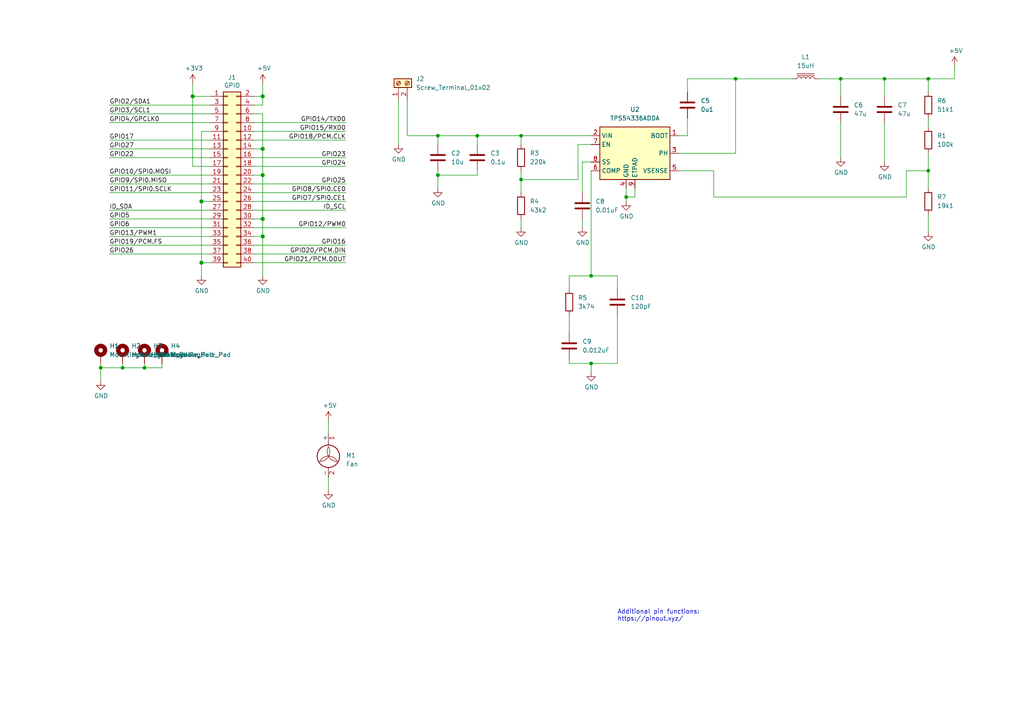
<source format=kicad_sch>
(kicad_sch (version 20231120) (generator "eeschema") (generator_version "8.0")
  (paper "A4")
  (title_block (date "15 nov 2012"))
  (lib_symbols
    (symbol "Connector:Screw_Terminal_01x02" (pin_names (offset 1.016) hide)
      (property "Reference" "J" (at 0 2.54 0))
      (property "Value" "Screw_Terminal_01x02" (at 0 -5.08 0))
      (symbol "Screw_Terminal_01x02_1_1"
        (rectangle (start -1.27 1.27) (end 1.27 -3.81) (stroke (width 0.254)) (fill (type background)))
        (circle (center 0 -2.54) (radius 0.635) (stroke (width 0.1524)))
        (polyline (pts (xy -0.5334 -2.2098) (xy 0.3302 -3.048)) (stroke (width 0.1524)))
        (polyline (pts (xy -0.5334 0.3302) (xy 0.3302 -0.508)) (stroke (width 0.1524)))
        (polyline (pts (xy -0.3556 -2.032) (xy 0.508 -2.8702)) (stroke (width 0.1524)))
        (polyline (pts (xy -0.3556 0.508) (xy 0.508 -0.3302)) (stroke (width 0.1524)))
        (circle (center 0 0) (radius 0.635) (stroke (width 0.1524)))
        (pin passive line (at -5.08 0 0) (length 3.81) (name "Pin_1") (number "1"))
        (pin passive line (at -5.08 -2.54 0) (length 3.81) (name "Pin_2") (number "2"))
      )
    )
    (symbol "Connector_Generic:Conn_02x20_Odd_Even" (pin_names (offset 1.016) hide)
      (property "Reference" "J" (at 1.27 25.4 0))
      (property "Value" "Conn_02x20_Odd_Even" (at 1.27 -27.94 0))
      (symbol "Conn_02x20_Odd_Even_1_1"
        (rectangle (start -1.27 -25.273) (end 0 -25.527) (stroke (width 0.1524)))
        (rectangle (start -1.27 -22.733) (end 0 -22.987) (stroke (width 0.1524)))
        (rectangle (start -1.27 -20.193) (end 0 -20.447) (stroke (width 0.1524)))
        (rectangle (start -1.27 -17.653) (end 0 -17.907) (stroke (width 0.1524)))
        (rectangle (start -1.27 -15.113) (end 0 -15.367) (stroke (width 0.1524)))
        (rectangle (start -1.27 -12.573) (end 0 -12.827) (stroke (width 0.1524)))
        (rectangle (start -1.27 -10.033) (end 0 -10.287) (stroke (width 0.1524)))
        (rectangle (start -1.27 -7.493) (end 0 -7.747) (stroke (width 0.1524)))
        (rectangle (start -1.27 -4.953) (end 0 -5.207) (stroke (width 0.1524)))
        (rectangle (start -1.27 -2.413) (end 0 -2.667) (stroke (width 0.1524)))
        (rectangle (start -1.27 0.127) (end 0 -0.127) (stroke (width 0.1524)))
        (rectangle (start -1.27 2.667) (end 0 2.413) (stroke (width 0.1524)))
        (rectangle (start -1.27 5.207) (end 0 4.953) (stroke (width 0.1524)))
        (rectangle (start -1.27 7.747) (end 0 7.493) (stroke (width 0.1524)))
        (rectangle (start -1.27 10.287) (end 0 10.033) (stroke (width 0.1524)))
        (rectangle (start -1.27 12.827) (end 0 12.573) (stroke (width 0.1524)))
        (rectangle (start -1.27 15.367) (end 0 15.113) (stroke (width 0.1524)))
        (rectangle (start -1.27 17.907) (end 0 17.653) (stroke (width 0.1524)))
        (rectangle (start -1.27 20.447) (end 0 20.193) (stroke (width 0.1524)))
        (rectangle (start -1.27 22.987) (end 0 22.733) (stroke (width 0.1524)))
        (rectangle (start -1.27 24.13) (end 3.81 -26.67) (stroke (width 0.254)) (fill (type background)))
        (rectangle (start 3.81 -25.273) (end 2.54 -25.527) (stroke (width 0.1524)))
        (rectangle (start 3.81 -22.733) (end 2.54 -22.987) (stroke (width 0.1524)))
        (rectangle (start 3.81 -20.193) (end 2.54 -20.447) (stroke (width 0.1524)))
        (rectangle (start 3.81 -17.653) (end 2.54 -17.907) (stroke (width 0.1524)))
        (rectangle (start 3.81 -15.113) (end 2.54 -15.367) (stroke (width 0.1524)))
        (rectangle (start 3.81 -12.573) (end 2.54 -12.827) (stroke (width 0.1524)))
        (rectangle (start 3.81 -10.033) (end 2.54 -10.287) (stroke (width 0.1524)))
        (rectangle (start 3.81 -7.493) (end 2.54 -7.747) (stroke (width 0.1524)))
        (rectangle (start 3.81 -4.953) (end 2.54 -5.207) (stroke (width 0.1524)))
        (rectangle (start 3.81 -2.413) (end 2.54 -2.667) (stroke (width 0.1524)))
        (rectangle (start 3.81 0.127) (end 2.54 -0.127) (stroke (width 0.1524)))
        (rectangle (start 3.81 2.667) (end 2.54 2.413) (stroke (width 0.1524)))
        (rectangle (start 3.81 5.207) (end 2.54 4.953) (stroke (width 0.1524)))
        (rectangle (start 3.81 7.747) (end 2.54 7.493) (stroke (width 0.1524)))
        (rectangle (start 3.81 10.287) (end 2.54 10.033) (stroke (width 0.1524)))
        (rectangle (start 3.81 12.827) (end 2.54 12.573) (stroke (width 0.1524)))
        (rectangle (start 3.81 15.367) (end 2.54 15.113) (stroke (width 0.1524)))
        (rectangle (start 3.81 17.907) (end 2.54 17.653) (stroke (width 0.1524)))
        (rectangle (start 3.81 20.447) (end 2.54 20.193) (stroke (width 0.1524)))
        (rectangle (start 3.81 22.987) (end 2.54 22.733) (stroke (width 0.1524)))
        (pin passive line (at -5.08 22.86 0) (length 3.81) (name "Pin_1") (number "1"))
        (pin passive line (at 7.62 12.7 180) (length 3.81) (name "Pin_10") (number "10"))
        (pin passive line (at -5.08 10.16 0) (length 3.81) (name "Pin_11") (number "11"))
        (pin passive line (at 7.62 10.16 180) (length 3.81) (name "Pin_12") (number "12"))
        (pin passive line (at -5.08 7.62 0) (length 3.81) (name "Pin_13") (number "13"))
        (pin passive line (at 7.62 7.62 180) (length 3.81) (name "Pin_14") (number "14"))
        (pin passive line (at -5.08 5.08 0) (length 3.81) (name "Pin_15") (number "15"))
        (pin passive line (at 7.62 5.08 180) (length 3.81) (name "Pin_16") (number "16"))
        (pin passive line (at -5.08 2.54 0) (length 3.81) (name "Pin_17") (number "17"))
        (pin passive line (at 7.62 2.54 180) (length 3.81) (name "Pin_18") (number "18"))
        (pin passive line (at -5.08 0 0) (length 3.81) (name "Pin_19") (number "19"))
        (pin passive line (at 7.62 22.86 180) (length 3.81) (name "Pin_2") (number "2"))
        (pin passive line (at 7.62 0 180) (length 3.81) (name "Pin_20") (number "20"))
        (pin passive line (at -5.08 -2.54 0) (length 3.81) (name "Pin_21") (number "21"))
        (pin passive line (at 7.62 -2.54 180) (length 3.81) (name "Pin_22") (number "22"))
        (pin passive line (at -5.08 -5.08 0) (length 3.81) (name "Pin_23") (number "23"))
        (pin passive line (at 7.62 -5.08 180) (length 3.81) (name "Pin_24") (number "24"))
        (pin passive line (at -5.08 -7.62 0) (length 3.81) (name "Pin_25") (number "25"))
        (pin passive line (at 7.62 -7.62 180) (length 3.81) (name "Pin_26") (number "26"))
        (pin passive line (at -5.08 -10.16 0) (length 3.81) (name "Pin_27") (number "27"))
        (pin passive line (at 7.62 -10.16 180) (length 3.81) (name "Pin_28") (number "28"))
        (pin passive line (at -5.08 -12.7 0) (length 3.81) (name "Pin_29") (number "29"))
        (pin passive line (at -5.08 20.32 0) (length 3.81) (name "Pin_3") (number "3"))
        (pin passive line (at 7.62 -12.7 180) (length 3.81) (name "Pin_30") (number "30"))
        (pin passive line (at -5.08 -15.24 0) (length 3.81) (name "Pin_31") (number "31"))
        (pin passive line (at 7.62 -15.24 180) (length 3.81) (name "Pin_32") (number "32"))
        (pin passive line (at -5.08 -17.78 0) (length 3.81) (name "Pin_33") (number "33"))
        (pin passive line (at 7.62 -17.78 180) (length 3.81) (name "Pin_34") (number "34"))
        (pin passive line (at -5.08 -20.32 0) (length 3.81) (name "Pin_35") (number "35"))
        (pin passive line (at 7.62 -20.32 180) (length 3.81) (name "Pin_36") (number "36"))
        (pin passive line (at -5.08 -22.86 0) (length 3.81) (name "Pin_37") (number "37"))
        (pin passive line (at 7.62 -22.86 180) (length 3.81) (name "Pin_38") (number "38"))
        (pin passive line (at -5.08 -25.4 0) (length 3.81) (name "Pin_39") (number "39"))
        (pin passive line (at 7.62 20.32 180) (length 3.81) (name "Pin_4") (number "4"))
        (pin passive line (at 7.62 -25.4 180) (length 3.81) (name "Pin_40") (number "40"))
        (pin passive line (at -5.08 17.78 0) (length 3.81) (name "Pin_5") (number "5"))
        (pin passive line (at 7.62 17.78 180) (length 3.81) (name "Pin_6") (number "6"))
        (pin passive line (at -5.08 15.24 0) (length 3.81) (name "Pin_7") (number "7"))
        (pin passive line (at 7.62 15.24 180) (length 3.81) (name "Pin_8") (number "8"))
        (pin passive line (at -5.08 12.7 0) (length 3.81) (name "Pin_9") (number "9"))
      )
    )
    (symbol "Device:C" (pin_numbers hide) (pin_names (offset 0.254))
      (property "Reference" "C" (at 0.635 2.54 0))
      (property "Value" "C" (at 0.635 -2.54 0))
      (symbol "C_0_1"
        (polyline (pts (xy -2.032 -0.762) (xy 2.032 -0.762)) (stroke (width 0.508)))
        (polyline (pts (xy -2.032 0.762) (xy 2.032 0.762)) (stroke (width 0.508)))
      )
      (symbol "C_1_1"
        (pin passive line (at 0 3.81 270) (length 2.794) (name "~") (number "1"))
        (pin passive line (at 0 -3.81 90) (length 2.794) (name "~") (number "2"))
      )
    )
    (symbol "Device:L_Iron" (pin_numbers hide) (pin_names (offset 1.016) hide)
      (property "Reference" "L" (at -1.27 0 90))
      (property "Value" "L_Iron" (at 2.794 0 90))
      (symbol "L_Iron_0_1"
        (arc (start 0 -2.54) (mid 0.6323 -1.905) (end 0 -1.27))
        (arc (start 0 -1.27) (mid 0.6323 -0.635) (end 0 0))
        (polyline (pts (xy 1.016 2.54) (xy 1.016 -2.54)))
        (polyline (pts (xy 1.524 -2.54) (xy 1.524 2.54)))
        (arc (start 0 0) (mid 0.6323 0.635) (end 0 1.27))
        (arc (start 0 1.27) (mid 0.6323 1.905) (end 0 2.54))
      )
      (symbol "L_Iron_1_1"
        (pin passive line (at 0 3.81 270) (length 1.27) (name "1") (number "1"))
        (pin passive line (at 0 -3.81 90) (length 1.27) (name "2") (number "2"))
      )
    )
    (symbol "Device:R" (pin_numbers hide) (pin_names (offset 0))
      (property "Reference" "R" (at 2.032 0 90))
      (property "Value" "R" (at 0 0 90))
      (symbol "R_0_1"
        (rectangle (start -1.016 -2.54) (end 1.016 2.54) (stroke (width 0.254)))
      )
      (symbol "R_1_1"
        (pin passive line (at 0 3.81 270) (length 1.27) (name "~") (number "1"))
        (pin passive line (at 0 -3.81 90) (length 1.27) (name "~") (number "2"))
      )
    )
    (symbol "Mechanical:MountingHole_Pad" (pin_numbers hide) (pin_names (offset 1.016) hide) (exclude_from_sim yes) (in_bom no)
      (property "Reference" "H" (at 0 6.35 0))
      (property "Value" "MountingHole_Pad" (at 0 4.445 0))
      (symbol "MountingHole_Pad_0_1"
        (circle (center 0 1.27) (radius 1.27) (stroke (width 1.27)))
      )
      (symbol "MountingHole_Pad_1_1"
        (pin input line (at 0 -2.54 90) (length 2.54) (name "1") (number "1"))
      )
    )
    (symbol "Motor:Fan" (pin_names (offset 0))
      (property "Reference" "M" (at 2.54 5.08 0))
      (property "Value" "Fan" (at 2.54 -2.54 0))
      (symbol "Fan_0_1"
        (arc (start -2.54 -0.508) (mid 0.0028 0.9121) (end 0 3.81))
        (polyline (pts (xy 0 -5.08) (xy 0 -4.572)))
        (polyline (pts (xy 0 -2.2352) (xy 0 -2.6416)))
        (polyline (pts (xy 0 4.2672) (xy 0 4.6228)))
        (polyline (pts (xy 0 4.572) (xy 0 5.08)))
        (circle (center 0 1.016) (radius 3.2512) (stroke (width 0.254)))
        (arc (start 0 3.81) (mid 0.053 0.921) (end 2.54 -0.508))
        (arc (start 2.54 -0.508) (mid 0 1.0618) (end -2.54 -0.508))
      )
      (symbol "Fan_1_1"
        (pin passive line (at 0 7.62 270) (length 2.54) (name "+") (number "1"))
        (pin passive line (at 0 -5.08 90) (length 2.54) (name "-") (number "2"))
      )
    )
    (symbol "Regulator_Switching:TPS54336ADDA"
      (property "Reference" "U" (at -8.89 8.89 0))
      (property "Value" "TPS54336ADDA" (at 3.81 8.89 0))
      (symbol "TPS54336ADDA_1_1"
        (rectangle (start -10.16 7.62) (end 10.16 -7.62) (stroke (width 0.254)) (fill (type background)))
        (pin output line (at 12.7 5.08 180) (length 2.54) (name "BOOT") (number "1"))
        (pin power_in line (at -12.7 5.08 0) (length 2.54) (name "VIN") (number "2"))
        (pin output line (at 12.7 0 180) (length 2.54) (name "PH") (number "3"))
        (pin power_in line (at -2.54 -10.16 90) (length 2.54) (name "GND") (number "4"))
        (pin input line (at 12.7 -5.08 180) (length 2.54) (name "VSENSE") (number "5"))
        (pin output line (at -12.7 -5.08 0) (length 2.54) (name "COMP") (number "6"))
        (pin input line (at -12.7 2.54 0) (length 2.54) (name "EN") (number "7"))
        (pin output line (at -12.7 -2.54 0) (length 2.54) (name "SS") (number "8"))
        (pin power_in line (at 0 -10.16 90) (length 2.54) (name "ETPAD") (number "9"))
      )
    )
    (symbol "power:+3.3V" (power) (pin_names (offset 0))
      (property "Value" "+3.3V" (at 0 3.556 0))
      (symbol "+3.3V_0_1"
        (polyline (pts (xy -0.762 1.27) (xy 0 2.54)))
        (polyline (pts (xy 0 0) (xy 0 2.54)))
        (polyline (pts (xy 0 2.54) (xy 0.762 1.27)))
      )
      (symbol "+3.3V_1_1"
        (pin power_in line (at 0 0 90) (length 0) hide (name "+3V3") (number "1"))
      )
    )
    (symbol "power:+5V" (power) (pin_names (offset 0))
      (property "Value" "+5V" (at 0 3.556 0))
      (symbol "+5V_0_1"
        (polyline (pts (xy -0.762 1.27) (xy 0 2.54)))
        (polyline (pts (xy 0 0) (xy 0 2.54)))
        (polyline (pts (xy 0 2.54) (xy 0.762 1.27)))
      )
      (symbol "+5V_1_1"
        (pin power_in line (at 0 0 90) (length 0) hide (name "+5V") (number "1"))
      )
    )
    (symbol "power:GND" (power) (pin_names (offset 0))
      (property "Value" "GND" (at 0 -3.81 0))
      (symbol "GND_0_1"
        (polyline (pts (xy 0 0) (xy 0 -1.27) (xy 1.27 -1.27) (xy 0 -2.54) (xy -1.27 -1.27) (xy 0 -1.27)))
      )
      (symbol "GND_1_1"
        (pin power_in line (at 0 0 270) (length 0) hide (name "GND") (number "1"))
      )
    )
  )
  (junction (at 76.2 27.94) (diameter 1.016))
  (junction (at 76.2 43.18) (diameter 1.016))
  (junction (at 151.13 52.07))
  (junction (at 171.45 80.01))
  (junction (at 256.54 22.86))
  (junction (at 35.56 106.68))
  (junction (at 58.42 76.2) (diameter 1.016))
  (junction (at 41.91 106.68))
  (junction (at 58.42 58.42) (diameter 1.016))
  (junction (at 29.21 106.68))
  (junction (at 151.13 39.37))
  (junction (at 76.2 68.58) (diameter 1.016))
  (junction (at 171.45 105.41))
  (junction (at 269.24 49.53))
  (junction (at 213.36 22.86))
  (junction (at 181.61 57.15))
  (junction (at 76.2 63.5) (diameter 1.016))
  (junction (at 127 50.8))
  (junction (at 76.2 50.8) (diameter 1.016))
  (junction (at 269.24 22.86))
  (junction (at 243.84 22.86))
  (junction (at 138.43 39.37))
  (junction (at 127 39.37))
  (junction (at 55.88 27.94) (diameter 1.016))
  (wire (pts (xy 118.11 29.21) (xy 118.11 39.37)))
  (wire (pts (xy 58.42 58.42) (xy 58.42 76.2)))
  (wire (pts (xy 73.66 58.42) (xy 100.33 58.42)))
  (wire (pts (xy 60.96 40.64) (xy 31.75 40.64)))
  (wire (pts (xy 165.1 105.41) (xy 171.45 105.41)))
  (wire (pts (xy 76.2 33.02) (xy 76.2 43.18)))
  (wire (pts (xy 76.2 50.8) (xy 73.66 50.8)))
  (wire (pts (xy 138.43 39.37) (xy 151.13 39.37)))
  (wire (pts (xy 76.2 63.5) (xy 76.2 68.58)))
  (wire (pts (xy 165.1 80.01) (xy 171.45 80.01)))
  (wire (pts (xy 179.07 80.01) (xy 179.07 83.82)))
  (wire (pts (xy 237.49 22.86) (xy 243.84 22.86)))
  (wire (pts (xy 95.25 138.43) (xy 95.25 142.24)))
  (wire (pts (xy 76.2 50.8) (xy 76.2 63.5)))
  (wire (pts (xy 73.66 35.56) (xy 100.33 35.56)))
  (wire (pts (xy 184.15 57.15) (xy 181.61 57.15)))
  (wire (pts (xy 58.42 38.1) (xy 58.42 58.42)))
  (wire (pts (xy 184.15 54.61) (xy 184.15 57.15)))
  (wire (pts (xy 151.13 63.5) (xy 151.13 66.04)))
  (wire (pts (xy 207.01 49.53) (xy 196.85 49.53)))
  (wire (pts (xy 171.45 46.99) (xy 168.91 46.99)))
  (wire (pts (xy 58.42 38.1) (xy 60.96 38.1)))
  (wire (pts (xy 73.66 55.88) (xy 100.33 55.88)))
  (wire (pts (xy 60.96 60.96) (xy 31.75 60.96)))
  (wire (pts (xy 199.39 22.86) (xy 199.39 26.67)))
  (wire (pts (xy 31.75 63.5) (xy 60.96 63.5)))
  (wire (pts (xy 151.13 39.37) (xy 171.45 39.37)))
  (wire (pts (xy 167.64 41.91) (xy 167.64 52.07)))
  (wire (pts (xy 213.36 22.86) (xy 229.87 22.86)))
  (wire (pts (xy 269.24 49.53) (xy 269.24 44.45)))
  (wire (pts (xy 58.42 58.42) (xy 60.96 58.42)))
  (wire (pts (xy 181.61 57.15) (xy 181.61 58.42)))
  (wire (pts (xy 73.66 45.72) (xy 100.33 45.72)))
  (wire (pts (xy 213.36 44.45) (xy 213.36 22.86)))
  (wire (pts (xy 256.54 22.86) (xy 269.24 22.86)))
  (wire (pts (xy 165.1 91.44) (xy 165.1 96.52)))
  (wire (pts (xy 151.13 52.07) (xy 151.13 55.88)))
  (wire (pts (xy 73.66 76.2) (xy 100.33 76.2)))
  (wire (pts (xy 58.42 76.2) (xy 58.42 80.01)))
  (wire (pts (xy 31.75 43.18) (xy 60.96 43.18)))
  (wire (pts (xy 55.88 24.13) (xy 55.88 27.94)))
  (wire (pts (xy 41.91 106.68) (xy 41.91 105.41)))
  (wire (pts (xy 171.45 49.53) (xy 171.45 80.01)))
  (wire (pts (xy 29.21 106.68) (xy 29.21 110.49)))
  (wire (pts (xy 262.89 57.15) (xy 262.89 49.53)))
  (wire (pts (xy 76.2 68.58) (xy 73.66 68.58)))
  (wire (pts (xy 179.07 105.41) (xy 179.07 91.44)))
  (wire (pts (xy 243.84 22.86) (xy 256.54 22.86)))
  (wire (pts (xy 31.75 33.02) (xy 60.96 33.02)))
  (wire (pts (xy 181.61 54.61) (xy 181.61 57.15)))
  (wire (pts (xy 127 50.8) (xy 138.43 50.8)))
  (wire (pts (xy 31.75 55.88) (xy 60.96 55.88)))
  (wire (pts (xy 171.45 80.01) (xy 179.07 80.01)))
  (wire (pts (xy 55.88 48.26) (xy 60.96 48.26)))
  (wire (pts (xy 269.24 49.53) (xy 269.24 54.61)))
  (wire (pts (xy 60.96 30.48) (xy 31.75 30.48)))
  (wire (pts (xy 168.91 46.99) (xy 168.91 55.88)))
  (wire (pts (xy 95.25 121.92) (xy 95.25 125.73)))
  (wire (pts (xy 76.2 27.94) (xy 76.2 30.48)))
  (wire (pts (xy 171.45 105.41) (xy 179.07 105.41)))
  (wire (pts (xy 151.13 39.37) (xy 151.13 41.91)))
  (wire (pts (xy 76.2 43.18) (xy 76.2 50.8)))
  (wire (pts (xy 73.66 40.64) (xy 100.33 40.64)))
  (wire (pts (xy 243.84 35.56) (xy 243.84 45.72)))
  (wire (pts (xy 76.2 43.18) (xy 73.66 43.18)))
  (wire (pts (xy 35.56 106.68) (xy 35.56 105.41)))
  (wire (pts (xy 165.1 104.14) (xy 165.1 105.41)))
  (wire (pts (xy 76.2 24.13) (xy 76.2 27.94)))
  (wire (pts (xy 127 39.37) (xy 138.43 39.37)))
  (wire (pts (xy 262.89 49.53) (xy 269.24 49.53)))
  (wire (pts (xy 29.21 106.68) (xy 35.56 106.68)))
  (wire (pts (xy 31.75 35.56) (xy 60.96 35.56)))
  (wire (pts (xy 76.2 27.94) (xy 73.66 27.94)))
  (wire (pts (xy 55.88 27.94) (xy 55.88 48.26)))
  (wire (pts (xy 73.66 48.26) (xy 100.33 48.26)))
  (wire (pts (xy 73.66 38.1) (xy 100.33 38.1)))
  (wire (pts (xy 115.57 29.21) (xy 115.57 41.91)))
  (wire (pts (xy 31.75 45.72) (xy 60.96 45.72)))
  (wire (pts (xy 118.11 39.37) (xy 127 39.37)))
  (wire (pts (xy 31.75 53.34) (xy 60.96 53.34)))
  (wire (pts (xy 256.54 35.56) (xy 256.54 46.99)))
  (wire (pts (xy 127 50.8) (xy 127 54.61)))
  (wire (pts (xy 31.75 66.04) (xy 60.96 66.04)))
  (wire (pts (xy 151.13 52.07) (xy 167.64 52.07)))
  (wire (pts (xy 262.89 57.15) (xy 207.01 57.15)))
  (wire (pts (xy 76.2 30.48) (xy 73.66 30.48)))
  (wire (pts (xy 31.75 71.12) (xy 60.96 71.12)))
  (wire (pts (xy 171.45 105.41) (xy 171.45 107.95)))
  (wire (pts (xy 73.66 71.12) (xy 100.33 71.12)))
  (wire (pts (xy 269.24 22.86) (xy 269.24 26.67)))
  (wire (pts (xy 138.43 39.37) (xy 138.43 41.91)))
  (wire (pts (xy 269.24 22.86) (xy 276.86 22.86)))
  (wire (pts (xy 73.66 66.04) (xy 100.33 66.04)))
  (wire (pts (xy 58.42 76.2) (xy 60.96 76.2)))
  (wire (pts (xy 269.24 62.23) (xy 269.24 67.31)))
  (wire (pts (xy 29.21 105.41) (xy 29.21 106.68)))
  (wire (pts (xy 73.66 73.66) (xy 100.33 73.66)))
  (wire (pts (xy 76.2 33.02) (xy 73.66 33.02)))
  (wire (pts (xy 31.75 73.66) (xy 60.96 73.66)))
  (wire (pts (xy 127 49.53) (xy 127 50.8)))
  (wire (pts (xy 165.1 83.82) (xy 165.1 80.01)))
  (wire (pts (xy 46.99 106.68) (xy 46.99 105.41)))
  (wire (pts (xy 196.85 44.45) (xy 213.36 44.45)))
  (wire (pts (xy 269.24 34.29) (xy 269.24 36.83)))
  (wire (pts (xy 138.43 50.8) (xy 138.43 49.53)))
  (wire (pts (xy 199.39 39.37) (xy 199.39 34.29)))
  (wire (pts (xy 196.85 39.37) (xy 199.39 39.37)))
  (wire (pts (xy 168.91 63.5) (xy 168.91 66.04)))
  (wire (pts (xy 76.2 68.58) (xy 76.2 80.01)))
  (wire (pts (xy 207.01 57.15) (xy 207.01 49.53)))
  (wire (pts (xy 73.66 53.34) (xy 100.33 53.34)))
  (wire (pts (xy 60.96 68.58) (xy 31.75 68.58)))
  (wire (pts (xy 41.91 106.68) (xy 46.99 106.68)))
  (wire (pts (xy 243.84 22.86) (xy 243.84 27.94)))
  (wire (pts (xy 76.2 63.5) (xy 73.66 63.5)))
  (wire (pts (xy 256.54 22.86) (xy 256.54 27.94)))
  (wire (pts (xy 213.36 22.86) (xy 199.39 22.86)))
  (wire (pts (xy 55.88 27.94) (xy 60.96 27.94)))
  (wire (pts (xy 35.56 106.68) (xy 41.91 106.68)))
  (wire (pts (xy 127 41.91) (xy 127 39.37)))
  (wire (pts (xy 151.13 49.53) (xy 151.13 52.07)))
  (wire (pts (xy 60.96 50.8) (xy 31.75 50.8)))
  (wire (pts (xy 73.66 60.96) (xy 100.33 60.96)))
  (wire (pts (xy 171.45 41.91) (xy 167.64 41.91)))
  (wire (pts (xy 276.86 22.86) (xy 276.86 19.05)))
  (text "Additional pin functions:\nhttps://pinout.xyz/" (at 179.07 180.34 0) (effects (font (size 1.27 1.27)) (justify left bottom)))
  (label "ID_SDA" (at 31.75 60.96 0))
  (label "GPIO6" (at 31.75 66.04 0))
  (label "ID_SCL" (at 100.33 60.96 180))
  (label "GPIO5" (at 31.75 63.5 0))
  (label "GPIO21{slash}PCM.DOUT" (at 100.33 76.2 180))
  (label "GPIO19{slash}PCM.FS" (at 31.75 71.12 0))
  (label "GPIO10{slash}SPI0.MOSI" (at 31.75 50.8 0))
  (label "GPIO9{slash}SPI0.MISO" (at 31.75 53.34 0))
  (label "GPIO23" (at 100.33 45.72 180))
  (label "GPIO4{slash}GPCLK0" (at 31.75 35.56 0))
  (label "GPIO27" (at 31.75 43.18 0))
  (label "GPIO26" (at 31.75 73.66 0))
  (label "GPIO14{slash}TXD0" (at 100.33 35.56 180))
  (label "GPIO8{slash}SPI0.CE0" (at 100.33 55.88 180))
  (label "GPIO15{slash}RXD0" (at 100.33 38.1 180))
  (label "GPIO16" (at 100.33 71.12 180))
  (label "GPIO22" (at 31.75 45.72 0))
  (label "GPIO2{slash}SDA1" (at 31.75 30.48 0))
  (label "GPIO17" (at 31.75 40.64 0))
  (label "GPIO25" (at 100.33 53.34 180))
  (label "GPIO3{slash}SCL1" (at 31.75 33.02 0))
  (label "GPIO18{slash}PCM.CLK" (at 100.33 40.64 180))
  (label "GPIO12{slash}PWM0" (at 100.33 66.04 180))
  (label "GPIO13{slash}PWM1" (at 31.75 68.58 0))
  (label "GPIO20{slash}PCM.DIN" (at 100.33 73.66 180))
  (label "GPIO24" (at 100.33 48.26 180))
  (label "GPIO7{slash}SPI0.CE1" (at 100.33 58.42 180))
  (label "GPIO11{slash}SPI0.SCLK" (at 31.75 55.88 0))
  (symbol (lib_id "power:+5V") (at 76.2 24.13 0) (unit 1)
    (property "Reference" "#PWR01" (effects (hide yes)))
    (property "Value" "+5V" (at 76.5683 19.8056 0))
  )
  (symbol (lib_id "power:+3.3V") (at 55.88 24.13 0) (unit 1)
    (property "Reference" "#PWR04" (effects (hide yes)))
    (property "Value" "+3V3" (at 56.2483 19.8056 0))
  )
  (symbol (lib_id "power:GND") (at 76.2 80.01 0) (unit 1)
    (property "Reference" "#PWR02" (effects (hide yes)))
    (property "Value" "GND" (at 76.3143 84.3344 0))
  )
  (symbol (lib_id "power:GND") (at 58.42 80.01 0) (unit 1)
    (property "Reference" "#PWR03" (effects (hide yes)))
    (property "Value" "GND" (at 58.5343 84.3344 0))
  )
  (symbol (lib_id "Connector_Generic:Conn_02x20_Odd_Even") (at 66.04 50.8 0) (unit 1)
    (property "Reference" "J1" (at 67.31 22.4598 0))
    (property "Value" "GPIO" (at 67.31 24.765 0))
    (property "Footprint" "Connector_PinSocket_2.54mm:PinSocket_2x20_P2.54mm_Vertical" (effects (hide yes)))
  )
  (symbol (lib_id "Regulator_Switching:TPS54336ADDA") (at 184.15 44.45 0) (unit 1)
    (property "Reference" "U2" (at 184.15 31.75 0))
    (property "Value" "TPS54336ADDA" (at 184.15 34.29 0))
    (property "Footprint" "Package_SO:TI_SO-PowerPAD-8_ThermalVias" (effects (hide yes)))
    (property "Datasheet" "http://www.ti.com/lit/ds/symlink/tps54336a.pdf" (effects (hide yes)))
    (property "Description" "4.5V to 28V Input, 3A, Synchronous Step-Down Converter with Eco-mode(tm)" (effects (hide yes)))
  )
  (symbol (lib_id "power:+5V") (at 276.86 19.05 0) (unit 1)
    (property "Reference" "#PWR014" (effects (hide yes)))
    (property "Value" "+5V" (at 277.2283 14.7256 0))
  )
  (symbol (lib_id "power:GND") (at 171.45 107.95 0) (unit 1)
    (property "Reference" "#PWR013" (effects (hide yes)))
    (property "Value" "GND" (at 171.5643 112.2744 0))
  )
  (symbol (lib_id "power:GND") (at 168.91 66.04 0) (unit 1)
    (property "Reference" "#PWR012" (effects (hide yes)))
    (property "Value" "GND" (at 169.0243 70.3644 0))
  )
  (symbol (lib_id "Device:R") (at 165.1 87.63 0) (unit 1)
    (property "Reference" "R5" (at 167.64 86.3599 0) (effects (justify left)))
    (property "Value" "3k74" (at 167.64 88.8999 0) (effects (justify left)))
    (property "Footprint" "Resistor_SMD:R_0805_2012Metric" (effects (hide yes)))
    (property "Description" "Resistor" (effects (hide yes)))
  )
  (symbol (lib_id "Device:C") (at 243.84 31.75 0) (unit 1)
    (property "Reference" "C6" (at 247.65 30.4799 0) (effects (justify left)))
    (property "Value" "47u" (at 247.65 33.0199 0) (effects (justify left)))
    (property "Footprint" "Capacitor_SMD:C_0805_2012Metric" (effects (hide yes)))
    (property "Description" "Unpolarized capacitor" (effects (hide yes)))
  )
  (symbol (lib_id "Mechanical:MountingHole_Pad") (at 41.91 102.87 0) (unit 1) (exclude_from_sim yes) (in_bom no)
    (property "Reference" "H3" (at 44.45 100.3299 0) (effects (justify left)))
    (property "Value" "MountingHole_Pad" (at 44.45 102.8699 0) (effects (justify left)))
    (property "Footprint" "MountingHole:MountingHole_2.7mm_Pad_Via" (effects (hide yes)))
    (property "Description" "Mounting Hole with connection" (effects (hide yes)))
  )
  (symbol (lib_id "power:GND") (at 181.61 58.42 0) (unit 1)
    (property "Reference" "#PWR05" (effects (hide yes)))
    (property "Value" "GND" (at 181.7243 62.7444 0))
  )
  (symbol (lib_id "Device:C") (at 168.91 59.69 0) (unit 1)
    (property "Reference" "C8" (at 172.72 58.4199 0) (effects (justify left)))
    (property "Value" "0.01uF" (at 172.72 60.9599 0) (effects (justify left)))
    (property "Footprint" "Capacitor_SMD:C_0805_2012Metric" (effects (hide yes)))
    (property "Description" "Unpolarized capacitor" (effects (hide yes)))
  )
  (symbol (lib_id "Motor:Fan") (at 95.25 133.35 0) (unit 1)
    (property "Reference" "M1" (at 100.33 132.0799 0) (effects (justify left)))
    (property "Value" "Fan" (at 100.33 134.6199 0) (effects (justify left)))
    (property "Footprint" "Connector_PinHeader_1.00mm:PinHeader_1x02_P1.00mm_Horizontal" (effects (hide yes)))
    (property "Description" "Fan" (effects (hide yes)))
  )
  (symbol (lib_id "Mechanical:MountingHole_Pad") (at 29.21 102.87 0) (unit 1) (exclude_from_sim yes) (in_bom no)
    (property "Reference" "H1" (at 31.75 100.3299 0) (effects (justify left)))
    (property "Value" "MountingHole_Pad" (at 31.75 102.8699 0) (effects (justify left)))
    (property "Footprint" "MountingHole:MountingHole_2.7mm_Pad_Via" (effects (hide yes)))
    (property "Description" "Mounting Hole with connection" (effects (hide yes)))
  )
  (symbol (lib_id "Device:C") (at 256.54 31.75 0) (unit 1)
    (property "Reference" "C7" (at 260.35 30.4799 0) (effects (justify left)))
    (property "Value" "47u" (at 260.35 33.0199 0) (effects (justify left)))
    (property "Footprint" "Capacitor_SMD:C_0805_2012Metric" (effects (hide yes)))
    (property "Description" "Unpolarized capacitor" (effects (hide yes)))
  )
  (symbol (lib_id "Device:C") (at 127 45.72 0) (unit 1)
    (property "Reference" "C2" (at 130.81 44.4499 0) (effects (justify left)))
    (property "Value" "10u" (at 130.81 46.9899 0) (effects (justify left)))
    (property "Footprint" "Capacitor_SMD:C_0805_2012Metric" (effects (hide yes)))
    (property "Description" "Unpolarized capacitor" (effects (hide yes)))
  )
  (symbol (lib_id "Device:R") (at 269.24 30.48 0) (unit 1)
    (property "Reference" "R6" (at 271.78 29.2099 0) (effects (justify left)))
    (property "Value" "51k1" (at 271.78 31.7499 0) (effects (justify left)))
    (property "Footprint" "Resistor_SMD:R_0805_2012Metric" (effects (hide yes)))
    (property "Description" "Resistor" (effects (hide yes)))
  )
  (symbol (lib_id "Device:C") (at 165.1 100.33 0) (unit 1)
    (property "Reference" "C9" (at 168.91 99.0599 0) (effects (justify left)))
    (property "Value" "0.012uF" (at 168.91 101.5999 0) (effects (justify left)))
    (property "Footprint" "Capacitor_SMD:C_0805_2012Metric" (effects (hide yes)))
    (property "Description" "Unpolarized capacitor" (effects (hide yes)))
  )
  (symbol (lib_id "Device:C") (at 199.39 30.48 0) (unit 1)
    (property "Reference" "C5" (at 203.2 29.2099 0) (effects (justify left)))
    (property "Value" "0u1" (at 203.2 31.7499 0) (effects (justify left)))
    (property "Footprint" "Capacitor_SMD:C_0805_2012Metric" (effects (hide yes)))
    (property "Description" "Unpolarized capacitor" (effects (hide yes)))
  )
  (symbol (lib_id "power:GND") (at 269.24 67.31 0) (unit 1)
    (property "Reference" "#PWR015" (effects (hide yes)))
    (property "Value" "GND" (at 269.3543 71.6344 0))
  )
  (symbol (lib_id "Device:R") (at 151.13 45.72 0) (unit 1)
    (property "Reference" "R3" (at 153.67 44.4499 0) (effects (justify left)))
    (property "Value" "220k" (at 153.67 46.9899 0) (effects (justify left)))
    (property "Footprint" "Resistor_SMD:R_0805_2012Metric_Pad1.20x1.40mm_HandSolder" (effects (hide yes)))
    (property "Description" "Resistor" (effects (hide yes)))
  )
  (symbol (lib_id "Connector:Screw_Terminal_01x02") (at 115.57 24.13 90) (unit 1)
    (property "Reference" "J2" (at 120.65 22.8599 90) (effects (justify right)))
    (property "Value" "Screw_Terminal_01x02" (at 120.65 25.3999 90) (effects (justify right)))
    (property "Footprint" "TerminalBlock_Phoenix:TerminalBlock_Phoenix_MKDS-1,5-2-5.08_1x02_P5.08mm_Horizontal" (effects (hide yes)))
    (property "Description" "Generic screw terminal, single row, 01x02, script generated (kicad-library-utils/schlib/autogen/connector/)" (effects (hide yes)))
  )
  (symbol (lib_id "Device:C") (at 179.07 87.63 0) (unit 1)
    (property "Reference" "C10" (at 182.88 86.3599 0) (effects (justify left)))
    (property "Value" "120pF" (at 182.88 88.8999 0) (effects (justify left)))
    (property "Footprint" "Capacitor_SMD:C_0805_2012Metric" (effects (hide yes)))
    (property "Description" "Unpolarized capacitor" (effects (hide yes)))
  )
  (symbol (lib_id "Mechanical:MountingHole_Pad") (at 46.99 102.87 0) (unit 1) (exclude_from_sim yes) (in_bom no)
    (property "Reference" "H4" (at 49.53 100.3299 0) (effects (justify left)))
    (property "Value" "MountingHole_Pad" (at 49.53 102.8699 0) (effects (justify left)))
    (property "Footprint" "MountingHole:MountingHole_2.7mm_Pad_Via" (effects (hide yes)))
    (property "Description" "Mounting Hole with connection" (effects (hide yes)))
  )
  (symbol (lib_id "power:GND") (at 29.21 110.49 0) (unit 1)
    (property "Reference" "#PWR016" (effects (hide yes)))
    (property "Value" "GND" (at 29.3243 114.8144 0))
  )
  (symbol (lib_id "power:+5V") (at 95.25 121.92 0) (unit 1)
    (property "Reference" "#PWR017" (effects (hide yes)))
    (property "Value" "+5V" (at 95.6183 117.5956 0))
  )
  (symbol (lib_id "power:GND") (at 243.84 45.72 0) (unit 1)
    (property "Reference" "#PWR09" (effects (hide yes)))
    (property "Value" "GND" (at 243.9543 50.0444 0))
  )
  (symbol (lib_id "Mechanical:MountingHole_Pad") (at 35.56 102.87 0) (unit 1) (exclude_from_sim yes) (in_bom no)
    (property "Reference" "H2" (at 38.1 100.3299 0) (effects (justify left)))
    (property "Value" "MountingHole_Pad" (at 38.1 102.8699 0) (effects (justify left)))
    (property "Footprint" "MountingHole:MountingHole_2.7mm_Pad_Via" (effects (hide yes)))
    (property "Description" "Mounting Hole with connection" (effects (hide yes)))
  )
  (symbol (lib_id "Device:C") (at 138.43 45.72 0) (unit 1)
    (property "Reference" "C3" (at 142.24 44.4499 0) (effects (justify left)))
    (property "Value" "0.1u" (at 142.24 46.9899 0) (effects (justify left)))
    (property "Footprint" "Capacitor_SMD:C_0805_2012Metric" (effects (hide yes)))
    (property "Description" "Unpolarized capacitor" (effects (hide yes)))
  )
  (symbol (lib_id "Device:R") (at 269.24 40.64 0) (unit 1)
    (property "Reference" "R1" (at 271.78 39.3699 0) (effects (justify left)))
    (property "Value" "100k" (at 271.78 41.9099 0) (effects (justify left)))
    (property "Footprint" "Resistor_SMD:R_0805_2012Metric" (effects (hide yes)))
    (property "Description" "Resistor" (effects (hide yes)))
  )
  (symbol (lib_id "power:GND") (at 115.57 41.91 0) (unit 1)
    (property "Reference" "#PWR07" (effects (hide yes)))
    (property "Value" "GND" (at 115.6843 46.2344 0))
  )
  (symbol (lib_id "power:GND") (at 127 54.61 0) (unit 1)
    (property "Reference" "#PWR06" (effects (hide yes)))
    (property "Value" "GND" (at 127.1143 58.9344 0))
  )
  (symbol (lib_id "power:GND") (at 151.13 66.04 0) (unit 1)
    (property "Reference" "#PWR011" (effects (hide yes)))
    (property "Value" "GND" (at 151.2443 70.3644 0))
  )
  (symbol (lib_id "power:GND") (at 256.54 46.99 0) (unit 1)
    (property "Reference" "#PWR010" (effects (hide yes)))
    (property "Value" "GND" (at 256.6543 51.3144 0))
  )
  (symbol (lib_id "Device:R") (at 151.13 59.69 0) (unit 1)
    (property "Reference" "R4" (at 153.67 58.4199 0) (effects (justify left)))
    (property "Value" "43k2" (at 153.67 60.9599 0) (effects (justify left)))
    (property "Footprint" "Resistor_SMD:R_0805_2012Metric" (effects (hide yes)))
    (property "Description" "Resistor" (effects (hide yes)))
  )
  (symbol (lib_id "Device:L_Iron") (at 233.68 22.86 90) (unit 1)
    (property "Reference" "L1" (at 233.68 16.51 90))
    (property "Value" "15uH" (at 233.68 19.05 90))
    (property "Footprint" "Inductor_SMD:L_Bourns_SRP7028A_7.3x6.6mm" (effects (hide yes)))
    (property "Description" "Inductor with iron core" (effects (hide yes)))
  )
  (symbol (lib_id "power:GND") (at 95.25 142.24 0) (unit 1)
    (property "Reference" "#PWR08" (effects (hide yes)))
    (property "Value" "GND" (at 95.3643 146.5644 0))
  )
  (symbol (lib_id "Device:R") (at 269.24 58.42 0) (unit 1)
    (property "Reference" "R7" (at 271.78 57.1499 0) (effects (justify left)))
    (property "Value" "19k1" (at 271.78 59.6899 0) (effects (justify left)))
    (property "Footprint" "Resistor_SMD:R_0805_2012Metric" (effects (hide yes)))
    (property "Description" "Resistor" (effects (hide yes)))
  )
)
</source>
